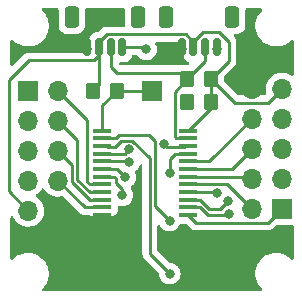
<source format=gbr>
%TF.GenerationSoftware,KiCad,Pcbnew,(6.0.7)*%
%TF.CreationDate,2022-09-24T19:09:12-05:00*%
%TF.ProjectId,PCA9535,50434139-3533-4352-9e6b-696361645f70,rev?*%
%TF.SameCoordinates,Original*%
%TF.FileFunction,Copper,L1,Top*%
%TF.FilePolarity,Positive*%
%FSLAX46Y46*%
G04 Gerber Fmt 4.6, Leading zero omitted, Abs format (unit mm)*
G04 Created by KiCad (PCBNEW (6.0.7)) date 2022-09-24 19:09:12*
%MOMM*%
%LPD*%
G01*
G04 APERTURE LIST*
G04 Aperture macros list*
%AMRoundRect*
0 Rectangle with rounded corners*
0 $1 Rounding radius*
0 $2 $3 $4 $5 $6 $7 $8 $9 X,Y pos of 4 corners*
0 Add a 4 corners polygon primitive as box body*
4,1,4,$2,$3,$4,$5,$6,$7,$8,$9,$2,$3,0*
0 Add four circle primitives for the rounded corners*
1,1,$1+$1,$2,$3*
1,1,$1+$1,$4,$5*
1,1,$1+$1,$6,$7*
1,1,$1+$1,$8,$9*
0 Add four rect primitives between the rounded corners*
20,1,$1+$1,$2,$3,$4,$5,0*
20,1,$1+$1,$4,$5,$6,$7,0*
20,1,$1+$1,$6,$7,$8,$9,0*
20,1,$1+$1,$8,$9,$2,$3,0*%
G04 Aperture macros list end*
%TA.AperFunction,SMDPad,CuDef*%
%ADD10RoundRect,0.250000X0.350000X0.450000X-0.350000X0.450000X-0.350000X-0.450000X0.350000X-0.450000X0*%
%TD*%
%TA.AperFunction,SMDPad,CuDef*%
%ADD11RoundRect,0.250000X-0.350000X-0.450000X0.350000X-0.450000X0.350000X0.450000X-0.350000X0.450000X0*%
%TD*%
%TA.AperFunction,SMDPad,CuDef*%
%ADD12R,1.639799X0.431000*%
%TD*%
%TA.AperFunction,SMDPad,CuDef*%
%ADD13RoundRect,0.150000X-0.150000X-0.625000X0.150000X-0.625000X0.150000X0.625000X-0.150000X0.625000X0*%
%TD*%
%TA.AperFunction,SMDPad,CuDef*%
%ADD14RoundRect,0.250000X-0.350000X-0.650000X0.350000X-0.650000X0.350000X0.650000X-0.350000X0.650000X0*%
%TD*%
%TA.AperFunction,ComponentPad*%
%ADD15R,1.700000X1.700000*%
%TD*%
%TA.AperFunction,ComponentPad*%
%ADD16O,1.700000X1.700000*%
%TD*%
%TA.AperFunction,ViaPad*%
%ADD17C,0.800000*%
%TD*%
%TA.AperFunction,Conductor*%
%ADD18C,0.250000*%
%TD*%
G04 APERTURE END LIST*
D10*
%TO.P,R1,1*%
%TO.N,+3.3V*%
X134000000Y-78000000D03*
%TO.P,R1,2*%
%TO.N,SCL*%
X132000000Y-78000000D03*
%TD*%
%TO.P,R2,1*%
%TO.N,+3.3V*%
X134000000Y-76000000D03*
%TO.P,R2,2*%
%TO.N,SDA*%
X132000000Y-76000000D03*
%TD*%
D11*
%TO.P,R3,1*%
%TO.N,+3.3V*%
X124000000Y-77000000D03*
%TO.P,R3,2*%
%TO.N,INT*%
X126000000Y-77000000D03*
%TD*%
D12*
%TO.P,U1,1,\u002AINT*%
%TO.N,INT*%
X124786900Y-80377501D03*
%TO.P,U1,2,A1*%
%TO.N,A1*%
X124786900Y-81027500D03*
%TO.P,U1,3,A2*%
%TO.N,A2*%
X124786900Y-81677498D03*
%TO.P,U1,4,P00*%
%TO.N,P00*%
X124786900Y-82327499D03*
%TO.P,U1,5,P01*%
%TO.N,P01*%
X124786900Y-82977498D03*
%TO.P,U1,6,P02*%
%TO.N,P02*%
X124786900Y-83627499D03*
%TO.P,U1,7,P03*%
%TO.N,P03*%
X124786900Y-84277498D03*
%TO.P,U1,8,P04*%
%TO.N,P04*%
X124786900Y-84927499D03*
%TO.P,U1,9,P05*%
%TO.N,P05*%
X124786900Y-85577498D03*
%TO.P,U1,10,P06*%
%TO.N,P06*%
X124786900Y-86227499D03*
%TO.P,U1,11,P07*%
%TO.N,P07*%
X124786900Y-86877498D03*
%TO.P,U1,12,GND*%
%TO.N,GND*%
X124786900Y-87527499D03*
%TO.P,U1,13,P10*%
%TO.N,P10*%
X132051300Y-87527499D03*
%TO.P,U1,14,P11*%
%TO.N,P11*%
X132051300Y-86877500D03*
%TO.P,U1,15,P12*%
%TO.N,P12*%
X132051300Y-86227499D03*
%TO.P,U1,16,P13*%
%TO.N,P13*%
X132051300Y-85577501D03*
%TO.P,U1,17,P14*%
%TO.N,P14*%
X132051300Y-84927499D03*
%TO.P,U1,18,P15*%
%TO.N,P15*%
X132051300Y-84277501D03*
%TO.P,U1,19,P16*%
%TO.N,P16*%
X132051300Y-83627502D03*
%TO.P,U1,20,P17*%
%TO.N,P17*%
X132051300Y-82977501D03*
%TO.P,U1,21,A0*%
%TO.N,A0*%
X132051300Y-82327502D03*
%TO.P,U1,22,SCL*%
%TO.N,SCL*%
X132051300Y-81677501D03*
%TO.P,U1,23,SDA*%
%TO.N,SDA*%
X132051300Y-81027502D03*
%TO.P,U1,24,VCC*%
%TO.N,+3.3V*%
X132051300Y-80377501D03*
%TD*%
D13*
%TO.P,J1,1,Pin_1*%
%TO.N,GND*%
X131500000Y-73325000D03*
%TO.P,J1,2,Pin_2*%
%TO.N,+3.3V*%
X132500000Y-73325000D03*
%TO.P,J1,3,Pin_3*%
%TO.N,SDA*%
X133500000Y-73325000D03*
%TO.P,J1,4,Pin_4*%
%TO.N,SCL*%
X134500000Y-73325000D03*
D14*
%TO.P,J1,MP*%
%TO.N,N/C*%
X130200000Y-70800000D03*
X135800000Y-70800000D03*
%TD*%
D15*
%TO.P,J6,1,Pin_1*%
%TO.N,P10*%
X140000000Y-87000000D03*
D16*
%TO.P,J6,2,Pin_2*%
%TO.N,P14*%
X137460000Y-87000000D03*
%TO.P,J6,3,Pin_3*%
%TO.N,P11*%
X140000000Y-84460000D03*
%TO.P,J6,4,Pin_4*%
%TO.N,P15*%
X137460000Y-84460000D03*
%TO.P,J6,5,Pin_5*%
%TO.N,P12*%
X140000000Y-81920000D03*
%TO.P,J6,6,Pin_6*%
%TO.N,P16*%
X137460000Y-81920000D03*
%TO.P,J6,7,Pin_7*%
%TO.N,P13*%
X140000000Y-79380000D03*
%TO.P,J6,8,Pin_8*%
%TO.N,P17*%
X137460000Y-79380000D03*
%TO.P,J6,9,Pin_9*%
%TO.N,+3.3V*%
X140000000Y-76840000D03*
%TO.P,J6,10,Pin_10*%
%TO.N,GND*%
X137460000Y-76840000D03*
%TD*%
D15*
%TO.P,J4,1,Pin_1*%
%TO.N,INT*%
X129000000Y-77000000D03*
%TD*%
D13*
%TO.P,J2,1,Pin_1*%
%TO.N,GND*%
X123500000Y-73325000D03*
%TO.P,J2,2,Pin_2*%
%TO.N,+3.3V*%
X124500000Y-73325000D03*
%TO.P,J2,3,Pin_3*%
%TO.N,SDA*%
X125500000Y-73325000D03*
%TO.P,J2,4,Pin_4*%
%TO.N,SCL*%
X126500000Y-73325000D03*
D14*
%TO.P,J2,MP*%
%TO.N,N/C*%
X122200000Y-70800000D03*
X127800000Y-70800000D03*
%TD*%
D15*
%TO.P,J3,1,Pin_1*%
%TO.N,P00*%
X118500000Y-77000000D03*
D16*
%TO.P,J3,2,Pin_2*%
%TO.N,P04*%
X121040000Y-77000000D03*
%TO.P,J3,3,Pin_3*%
%TO.N,P01*%
X118500000Y-79540000D03*
%TO.P,J3,4,Pin_4*%
%TO.N,P05*%
X121040000Y-79540000D03*
%TO.P,J3,5,Pin_5*%
%TO.N,P02*%
X118500000Y-82080000D03*
%TO.P,J3,6,Pin_6*%
%TO.N,P06*%
X121040000Y-82080000D03*
%TO.P,J3,7,Pin_7*%
%TO.N,P03*%
X118500000Y-84620000D03*
%TO.P,J3,8,Pin_8*%
%TO.N,P07*%
X121040000Y-84620000D03*
%TO.P,J3,9,Pin_9*%
%TO.N,+3.3V*%
X118500000Y-87160000D03*
%TO.P,J3,10,Pin_10*%
%TO.N,GND*%
X121040000Y-87160000D03*
%TD*%
D17*
%TO.N,GND*%
X121666000Y-91948000D03*
X132842000Y-90678000D03*
%TO.N,SCL*%
X134500000Y-73500000D03*
X132000000Y-78000000D03*
X128500000Y-73500000D03*
X130000000Y-81500000D03*
%TO.N,GND*%
X131500000Y-73500000D03*
X123500000Y-73500000D03*
%TO.N,P00*%
X127038534Y-81964740D03*
%TO.N,P01*%
X127084386Y-83035190D03*
%TO.N,P02*%
X126732512Y-84346070D03*
%TO.N,P03*%
X126500000Y-85852000D03*
%TO.N,P11*%
X135500000Y-87450500D03*
%TO.N,P12*%
X135411351Y-86362348D03*
%TO.N,P13*%
X134500000Y-85651999D03*
%TO.N,A1*%
X130500000Y-88000000D03*
%TO.N,A2*%
X130500000Y-92500000D03*
%TO.N,A0*%
X130500000Y-84000000D03*
%TD*%
D18*
%TO.N,P02*%
X126732512Y-84346070D02*
X126013941Y-83627499D01*
X126013941Y-83627499D02*
X124786900Y-83627499D01*
%TO.N,P03*%
X125822298Y-84277498D02*
X124786900Y-84277498D01*
X125931799Y-84386999D02*
X125822298Y-84277498D01*
X125931799Y-84783799D02*
X125931799Y-84386999D01*
X126500000Y-85852000D02*
X126500000Y-85352000D01*
X126500000Y-85352000D02*
X125931799Y-84783799D01*
%TO.N,+3.3V*%
X133353249Y-72025000D02*
X134646751Y-72025000D01*
X118500000Y-87160000D02*
X116863557Y-85523557D01*
X116863557Y-85523557D02*
X116863557Y-76136443D01*
X125153249Y-72225000D02*
X131846751Y-72225000D01*
X136015000Y-78015000D02*
X138825000Y-78015000D01*
X134000000Y-76000000D02*
X134000000Y-78000000D01*
X124500000Y-74000000D02*
X124500000Y-73325000D01*
X132500000Y-73325000D02*
X132500000Y-72878249D01*
X132500000Y-72878249D02*
X133353249Y-72025000D01*
X135500000Y-74500000D02*
X134000000Y-76000000D01*
X138825000Y-78015000D02*
X140000000Y-76840000D01*
X124500000Y-73325000D02*
X124500000Y-72878249D01*
X118575000Y-74425000D02*
X124075000Y-74425000D01*
X134646751Y-72025000D02*
X135500000Y-72878249D01*
X132051300Y-80377501D02*
X134000000Y-78428801D01*
X124075000Y-74425000D02*
X124500000Y-74000000D01*
X124500000Y-76500000D02*
X124000000Y-77000000D01*
X131846751Y-72225000D02*
X132500000Y-72878249D01*
X116863557Y-76136443D02*
X118575000Y-74425000D01*
X135500000Y-72878249D02*
X135500000Y-74500000D01*
X124500000Y-73325000D02*
X124500000Y-76500000D01*
X134000000Y-76000000D02*
X136015000Y-78015000D01*
X134000000Y-78428801D02*
X134000000Y-78000000D01*
X124500000Y-72878249D02*
X125153249Y-72225000D01*
%TO.N,SDA*%
X133500000Y-74500000D02*
X132000000Y-76000000D01*
X125500000Y-73325000D02*
X125500000Y-75000000D01*
X131015902Y-81027502D02*
X130906401Y-80918001D01*
X125500000Y-75000000D02*
X126000000Y-75500000D01*
X130906401Y-77093599D02*
X132000000Y-76000000D01*
X131500000Y-75500000D02*
X132000000Y-76000000D01*
X132051300Y-81027502D02*
X131015902Y-81027502D01*
X130906401Y-80918001D02*
X130906401Y-77093599D01*
X133500000Y-73325000D02*
X133500000Y-74500000D01*
X126000000Y-75500000D02*
X131500000Y-75500000D01*
%TO.N,SCL*%
X130287002Y-81787002D02*
X131787002Y-81787002D01*
X128325000Y-73325000D02*
X128500000Y-73500000D01*
X126500000Y-73325000D02*
X128325000Y-73325000D01*
X130000000Y-81500000D02*
X130287002Y-81787002D01*
%TO.N,P00*%
X127038534Y-81964740D02*
X126675775Y-82327499D01*
X126675775Y-82327499D02*
X124786900Y-82327499D01*
%TO.N,P01*%
X127084386Y-83035190D02*
X127026694Y-82977498D01*
X127026694Y-82977498D02*
X124786900Y-82977498D01*
%TO.N,P04*%
X123500000Y-79460000D02*
X121040000Y-77000000D01*
X123717001Y-84927499D02*
X123500000Y-84710498D01*
X124786900Y-84927499D02*
X123717001Y-84927499D01*
X123500000Y-84710498D02*
X123500000Y-79460000D01*
%TO.N,P06*%
X122215000Y-84725498D02*
X122215000Y-83255000D01*
X123717001Y-86227499D02*
X122215000Y-84725498D01*
X122215000Y-83255000D02*
X121040000Y-82080000D01*
X124786900Y-86227499D02*
X123717001Y-86227499D01*
%TO.N,P07*%
X124786900Y-86877498D02*
X123297498Y-86877498D01*
X123297498Y-86877498D02*
X121040000Y-84620000D01*
%TO.N,P10*%
X138825000Y-88175000D02*
X140000000Y-87000000D01*
X132051300Y-87527499D02*
X132698801Y-88175000D01*
X132698801Y-88175000D02*
X138825000Y-88175000D01*
%TO.N,P11*%
X133086700Y-86877500D02*
X132051300Y-86877500D01*
X133709200Y-87500000D02*
X133086700Y-86877500D01*
X135500000Y-87450500D02*
X135450500Y-87500000D01*
X135450500Y-87500000D02*
X133709200Y-87500000D01*
%TO.N,P12*%
X133073095Y-86227499D02*
X132051300Y-86227499D01*
X133845596Y-87000000D02*
X133073095Y-86227499D01*
X135411351Y-86362348D02*
X134773699Y-87000000D01*
X134773699Y-87000000D02*
X133845596Y-87000000D01*
%TO.N,P13*%
X134425502Y-85577501D02*
X134500000Y-85651999D01*
X132051300Y-85577501D02*
X134425502Y-85577501D01*
%TO.N,P14*%
X135387499Y-84927499D02*
X137460000Y-87000000D01*
X132051300Y-84927499D02*
X135387499Y-84927499D01*
%TO.N,P15*%
X132051300Y-84277501D02*
X137277501Y-84277501D01*
X137277501Y-84277501D02*
X137460000Y-84460000D01*
%TO.N,P16*%
X132051300Y-83627502D02*
X135752498Y-83627502D01*
X135752498Y-83627502D02*
X137460000Y-81920000D01*
%TO.N,P17*%
X133862499Y-82977501D02*
X137460000Y-79380000D01*
X132051300Y-82977501D02*
X133862499Y-82977501D01*
%TO.N,INT*%
X126000000Y-77000000D02*
X129000000Y-77000000D01*
X124786900Y-78213100D02*
X126000000Y-77000000D01*
X124786900Y-80377501D02*
X124786900Y-78213100D01*
%TO.N,A1*%
X126236593Y-80738102D02*
X125947195Y-81027500D01*
X128738102Y-80738102D02*
X126236593Y-80738102D01*
X125947195Y-81027500D02*
X124786900Y-81027500D01*
X129275000Y-81275000D02*
X128738102Y-80738102D01*
X129275000Y-86775000D02*
X129275000Y-81275000D01*
X130500000Y-88000000D02*
X129275000Y-86775000D01*
%TO.N,A2*%
X128825000Y-90825000D02*
X128825000Y-82725901D01*
X125824092Y-81786999D02*
X125213001Y-81786999D01*
X130500000Y-92500000D02*
X128825000Y-90825000D01*
X127338839Y-81239740D02*
X126371351Y-81239740D01*
X128825000Y-82725901D02*
X127338839Y-81239740D01*
X126371351Y-81239740D02*
X125824092Y-81786999D01*
%TO.N,P05*%
X122665000Y-84525497D02*
X122665000Y-81165000D01*
X123717001Y-85577498D02*
X122665000Y-84525497D01*
X124786900Y-85577498D02*
X123717001Y-85577498D01*
X122665000Y-81165000D02*
X121040000Y-79540000D01*
%TO.N,A0*%
X132051300Y-82327502D02*
X130981401Y-82327502D01*
X130500000Y-82808903D02*
X130500000Y-84000000D01*
X130981401Y-82327502D02*
X130500000Y-82808903D01*
%TD*%
%TA.AperFunction,Conductor*%
%TO.N,GND*%
G36*
X128121094Y-83250270D02*
G01*
X128173400Y-83298276D01*
X128191500Y-83363342D01*
X128191500Y-90746233D01*
X128190973Y-90757416D01*
X128189298Y-90764909D01*
X128189547Y-90772835D01*
X128189547Y-90772836D01*
X128191438Y-90832986D01*
X128191500Y-90836945D01*
X128191500Y-90864856D01*
X128191997Y-90868790D01*
X128191997Y-90868791D01*
X128192005Y-90868856D01*
X128192938Y-90880693D01*
X128194327Y-90924889D01*
X128199978Y-90944339D01*
X128203987Y-90963700D01*
X128206526Y-90983797D01*
X128209445Y-90991168D01*
X128209445Y-90991170D01*
X128222804Y-91024912D01*
X128226649Y-91036142D01*
X128238982Y-91078593D01*
X128243015Y-91085412D01*
X128243017Y-91085417D01*
X128249293Y-91096028D01*
X128257988Y-91113776D01*
X128265448Y-91132617D01*
X128270110Y-91139033D01*
X128270110Y-91139034D01*
X128291436Y-91168387D01*
X128297952Y-91178307D01*
X128312712Y-91203264D01*
X128320458Y-91216362D01*
X128334779Y-91230683D01*
X128347619Y-91245716D01*
X128359528Y-91262107D01*
X128385521Y-91283610D01*
X128393605Y-91290298D01*
X128402384Y-91298288D01*
X129552878Y-92448782D01*
X129586904Y-92511094D01*
X129589093Y-92524707D01*
X129602650Y-92653693D01*
X129606458Y-92689928D01*
X129665473Y-92871556D01*
X129760960Y-93036944D01*
X129765378Y-93041851D01*
X129765379Y-93041852D01*
X129868292Y-93156148D01*
X129888747Y-93178866D01*
X130043248Y-93291118D01*
X130049276Y-93293802D01*
X130049278Y-93293803D01*
X130186568Y-93354928D01*
X130217712Y-93368794D01*
X130311113Y-93388647D01*
X130398056Y-93407128D01*
X130398061Y-93407128D01*
X130404513Y-93408500D01*
X130595487Y-93408500D01*
X130601939Y-93407128D01*
X130601944Y-93407128D01*
X130688888Y-93388647D01*
X130782288Y-93368794D01*
X130813432Y-93354928D01*
X130950722Y-93293803D01*
X130950724Y-93293802D01*
X130956752Y-93291118D01*
X131111253Y-93178866D01*
X131131708Y-93156148D01*
X131234621Y-93041852D01*
X131234622Y-93041851D01*
X131239040Y-93036944D01*
X131334527Y-92871556D01*
X131393542Y-92689928D01*
X131396866Y-92658308D01*
X131412814Y-92506565D01*
X131413504Y-92500000D01*
X131397842Y-92350980D01*
X131394232Y-92316635D01*
X131394232Y-92316633D01*
X131393542Y-92310072D01*
X131334527Y-92128444D01*
X131239040Y-91963056D01*
X131162617Y-91878179D01*
X131115675Y-91826045D01*
X131115674Y-91826044D01*
X131111253Y-91821134D01*
X130956752Y-91708882D01*
X130950724Y-91706198D01*
X130950722Y-91706197D01*
X130788319Y-91633891D01*
X130788318Y-91633891D01*
X130782288Y-91631206D01*
X130678683Y-91609184D01*
X130601944Y-91592872D01*
X130601939Y-91592872D01*
X130595487Y-91591500D01*
X130539594Y-91591500D01*
X130471473Y-91571498D01*
X130450503Y-91554599D01*
X129495403Y-90599498D01*
X129461379Y-90537188D01*
X129458500Y-90510405D01*
X129458500Y-88483306D01*
X129478502Y-88415185D01*
X129532158Y-88368692D01*
X129602432Y-88358588D01*
X129667012Y-88388082D01*
X129693619Y-88420306D01*
X129760960Y-88536944D01*
X129765378Y-88541851D01*
X129765379Y-88541852D01*
X129884325Y-88673955D01*
X129888747Y-88678866D01*
X129956049Y-88727764D01*
X130034873Y-88785033D01*
X130043248Y-88791118D01*
X130049276Y-88793802D01*
X130049278Y-88793803D01*
X130092890Y-88813220D01*
X130217712Y-88868794D01*
X130311112Y-88888647D01*
X130398056Y-88907128D01*
X130398061Y-88907128D01*
X130404513Y-88908500D01*
X130595487Y-88908500D01*
X130601939Y-88907128D01*
X130601944Y-88907128D01*
X130688888Y-88888647D01*
X130782288Y-88868794D01*
X130907110Y-88813220D01*
X130950722Y-88793803D01*
X130950724Y-88793802D01*
X130956752Y-88791118D01*
X130965128Y-88785033D01*
X131043951Y-88727764D01*
X131111253Y-88678866D01*
X131115675Y-88673955D01*
X131234621Y-88541852D01*
X131234622Y-88541851D01*
X131239040Y-88536944D01*
X131320758Y-88395405D01*
X131331223Y-88377279D01*
X131331224Y-88377278D01*
X131334527Y-88371556D01*
X131345247Y-88338563D01*
X131385320Y-88279957D01*
X131450717Y-88252320D01*
X131465080Y-88251499D01*
X131827206Y-88251499D01*
X131895327Y-88271501D01*
X131916301Y-88288404D01*
X132195144Y-88567247D01*
X132202688Y-88575537D01*
X132206801Y-88582018D01*
X132212578Y-88587443D01*
X132256468Y-88628658D01*
X132259310Y-88631413D01*
X132279032Y-88651135D01*
X132282174Y-88653572D01*
X132282234Y-88653619D01*
X132291246Y-88661317D01*
X132314954Y-88683580D01*
X132323480Y-88691586D01*
X132330423Y-88695403D01*
X132341232Y-88701345D01*
X132357754Y-88712198D01*
X132373760Y-88724614D01*
X132381038Y-88727764D01*
X132381039Y-88727764D01*
X132414338Y-88742174D01*
X132424988Y-88747391D01*
X132463741Y-88768695D01*
X132471416Y-88770666D01*
X132471417Y-88770666D01*
X132483363Y-88773733D01*
X132502068Y-88780137D01*
X132520656Y-88788181D01*
X132528479Y-88789420D01*
X132528489Y-88789423D01*
X132564325Y-88795099D01*
X132575945Y-88797505D01*
X132607760Y-88805673D01*
X132618771Y-88808500D01*
X132639025Y-88808500D01*
X132658735Y-88810051D01*
X132678744Y-88813220D01*
X132686636Y-88812474D01*
X132705381Y-88810702D01*
X132722763Y-88809059D01*
X132734620Y-88808500D01*
X138746233Y-88808500D01*
X138757416Y-88809027D01*
X138764909Y-88810702D01*
X138772835Y-88810453D01*
X138772836Y-88810453D01*
X138832986Y-88808562D01*
X138836945Y-88808500D01*
X138864856Y-88808500D01*
X138868791Y-88808003D01*
X138868856Y-88807995D01*
X138880693Y-88807062D01*
X138912951Y-88806048D01*
X138916970Y-88805922D01*
X138924889Y-88805673D01*
X138944343Y-88800021D01*
X138963700Y-88796013D01*
X138975930Y-88794468D01*
X138975931Y-88794468D01*
X138983797Y-88793474D01*
X138991168Y-88790555D01*
X138991170Y-88790555D01*
X139024912Y-88777196D01*
X139036142Y-88773351D01*
X139070983Y-88763229D01*
X139070984Y-88763229D01*
X139078593Y-88761018D01*
X139085412Y-88756985D01*
X139085417Y-88756983D01*
X139096028Y-88750707D01*
X139113776Y-88742012D01*
X139132617Y-88734552D01*
X139168387Y-88708564D01*
X139178307Y-88702048D01*
X139209535Y-88683580D01*
X139209538Y-88683578D01*
X139216362Y-88679542D01*
X139230683Y-88665221D01*
X139245717Y-88652380D01*
X139247431Y-88651135D01*
X139262107Y-88640472D01*
X139290298Y-88606395D01*
X139298288Y-88597616D01*
X139500499Y-88395405D01*
X139562811Y-88361379D01*
X139589594Y-88358500D01*
X140865500Y-88358500D01*
X140933621Y-88378502D01*
X140980114Y-88432158D01*
X140991500Y-88484500D01*
X140991500Y-91199708D01*
X140971498Y-91267829D01*
X140917842Y-91314322D01*
X140847568Y-91324426D01*
X140782988Y-91294932D01*
X140771497Y-91283610D01*
X140724982Y-91231494D01*
X140524030Y-91064363D01*
X140403412Y-90991170D01*
X140304578Y-90931196D01*
X140304574Y-90931194D01*
X140300581Y-90928771D01*
X140059545Y-90827697D01*
X139806217Y-90763359D01*
X139801566Y-90762891D01*
X139801562Y-90762890D01*
X139592271Y-90741816D01*
X139589133Y-90741500D01*
X139433646Y-90741500D01*
X139431321Y-90741673D01*
X139431315Y-90741673D01*
X139244000Y-90755593D01*
X139243996Y-90755594D01*
X139239348Y-90755939D01*
X139234800Y-90756968D01*
X139234794Y-90756969D01*
X139048399Y-90799147D01*
X138984423Y-90813623D01*
X138980071Y-90815315D01*
X138980069Y-90815316D01*
X138745176Y-90906660D01*
X138745173Y-90906661D01*
X138740823Y-90908353D01*
X138736769Y-90910670D01*
X138736767Y-90910671D01*
X138661200Y-90953861D01*
X138513902Y-91038049D01*
X138308643Y-91199862D01*
X138129557Y-91390237D01*
X137980576Y-91604991D01*
X137978510Y-91609181D01*
X137978508Y-91609184D01*
X137929343Y-91708882D01*
X137864975Y-91839407D01*
X137863553Y-91843850D01*
X137863552Y-91843852D01*
X137786720Y-92083877D01*
X137785293Y-92088335D01*
X137743279Y-92346307D01*
X137739858Y-92607655D01*
X137775104Y-92866638D01*
X137776412Y-92871124D01*
X137776412Y-92871126D01*
X137796098Y-92938664D01*
X137848243Y-93117567D01*
X137957668Y-93354928D01*
X137981197Y-93390816D01*
X138098410Y-93569596D01*
X138098414Y-93569601D01*
X138100976Y-93573509D01*
X138275018Y-93768506D01*
X138278611Y-93771494D01*
X138281978Y-93774746D01*
X138280400Y-93776380D01*
X138314782Y-93827680D01*
X138316149Y-93898663D01*
X138278923Y-93959118D01*
X138214922Y-93989849D01*
X138194592Y-93991500D01*
X119802859Y-93991500D01*
X119734738Y-93971498D01*
X119688245Y-93917842D01*
X119678141Y-93847568D01*
X119711084Y-93779167D01*
X119867237Y-93613171D01*
X119870443Y-93609763D01*
X120019424Y-93395009D01*
X120069333Y-93293803D01*
X120132960Y-93164781D01*
X120132961Y-93164778D01*
X120135025Y-93160593D01*
X120176436Y-93031226D01*
X120213280Y-92916123D01*
X120214707Y-92911665D01*
X120256721Y-92653693D01*
X120260142Y-92392345D01*
X120224896Y-92133362D01*
X120221795Y-92122721D01*
X120153068Y-91886932D01*
X120151757Y-91882433D01*
X120042332Y-91645072D01*
X119983013Y-91554595D01*
X119901590Y-91430404D01*
X119901586Y-91430399D01*
X119899024Y-91426491D01*
X119724982Y-91231494D01*
X119524030Y-91064363D01*
X119403412Y-90991170D01*
X119304578Y-90931196D01*
X119304574Y-90931194D01*
X119300581Y-90928771D01*
X119059545Y-90827697D01*
X118806217Y-90763359D01*
X118801566Y-90762891D01*
X118801562Y-90762890D01*
X118592271Y-90741816D01*
X118589133Y-90741500D01*
X118433646Y-90741500D01*
X118431321Y-90741673D01*
X118431315Y-90741673D01*
X118244000Y-90755593D01*
X118243996Y-90755594D01*
X118239348Y-90755939D01*
X118234800Y-90756968D01*
X118234794Y-90756969D01*
X118048399Y-90799147D01*
X117984423Y-90813623D01*
X117980071Y-90815315D01*
X117980069Y-90815316D01*
X117745176Y-90906660D01*
X117745173Y-90906661D01*
X117740823Y-90908353D01*
X117736769Y-90910670D01*
X117736767Y-90910671D01*
X117661200Y-90953861D01*
X117513902Y-91038049D01*
X117308643Y-91199862D01*
X117287843Y-91221973D01*
X117226275Y-91287422D01*
X117165031Y-91323334D01*
X117094093Y-91320434D01*
X117035985Y-91279643D01*
X117009154Y-91213912D01*
X117008500Y-91201089D01*
X117008500Y-87743156D01*
X117028502Y-87675035D01*
X117082158Y-87628542D01*
X117152432Y-87618438D01*
X117217012Y-87647932D01*
X117251243Y-87695752D01*
X117270492Y-87743156D01*
X117283266Y-87774616D01*
X117399987Y-87965088D01*
X117546250Y-88133938D01*
X117718126Y-88276632D01*
X117911000Y-88389338D01*
X118119692Y-88469030D01*
X118124760Y-88470061D01*
X118124763Y-88470062D01*
X118189860Y-88483306D01*
X118338597Y-88513567D01*
X118343772Y-88513757D01*
X118343774Y-88513757D01*
X118556673Y-88521564D01*
X118556677Y-88521564D01*
X118561837Y-88521753D01*
X118566957Y-88521097D01*
X118566959Y-88521097D01*
X118778288Y-88494025D01*
X118778289Y-88494025D01*
X118783416Y-88493368D01*
X118788366Y-88491883D01*
X118992429Y-88430661D01*
X118992434Y-88430659D01*
X118997384Y-88429174D01*
X119197994Y-88330896D01*
X119379860Y-88201173D01*
X119391145Y-88189928D01*
X119534435Y-88047137D01*
X119538096Y-88043489D01*
X119597594Y-87960689D01*
X119665435Y-87866277D01*
X119668453Y-87862077D01*
X119750656Y-87695752D01*
X119765136Y-87666453D01*
X119765137Y-87666451D01*
X119767430Y-87661811D01*
X119819424Y-87490679D01*
X119830865Y-87453023D01*
X119830865Y-87453021D01*
X119832370Y-87448069D01*
X119861529Y-87226590D01*
X119863156Y-87160000D01*
X119844852Y-86937361D01*
X119790431Y-86720702D01*
X119701354Y-86515840D01*
X119661906Y-86454862D01*
X119582822Y-86332617D01*
X119582820Y-86332614D01*
X119580014Y-86328277D01*
X119429670Y-86163051D01*
X119425619Y-86159852D01*
X119425615Y-86159848D01*
X119258414Y-86027800D01*
X119258410Y-86027798D01*
X119254359Y-86024598D01*
X119213053Y-86001796D01*
X119163084Y-85951364D01*
X119148312Y-85881921D01*
X119173428Y-85815516D01*
X119200780Y-85788909D01*
X119246022Y-85756638D01*
X119379860Y-85661173D01*
X119538096Y-85503489D01*
X119554656Y-85480444D01*
X119668453Y-85322077D01*
X119669776Y-85323028D01*
X119716645Y-85279857D01*
X119786580Y-85267625D01*
X119852026Y-85295144D01*
X119879875Y-85326994D01*
X119939987Y-85425088D01*
X120086250Y-85593938D01*
X120258126Y-85736632D01*
X120451000Y-85849338D01*
X120659692Y-85929030D01*
X120664760Y-85930061D01*
X120664763Y-85930062D01*
X120769466Y-85951364D01*
X120878597Y-85973567D01*
X120883772Y-85973757D01*
X120883774Y-85973757D01*
X121096673Y-85981564D01*
X121096677Y-85981564D01*
X121101837Y-85981753D01*
X121106957Y-85981097D01*
X121106959Y-85981097D01*
X121318288Y-85954025D01*
X121318289Y-85954025D01*
X121323416Y-85953368D01*
X121328367Y-85951883D01*
X121328370Y-85951882D01*
X121369829Y-85939444D01*
X121440825Y-85939028D01*
X121495131Y-85971035D01*
X122793841Y-87269745D01*
X122801385Y-87278035D01*
X122805498Y-87284516D01*
X122811275Y-87289941D01*
X122855165Y-87331156D01*
X122858007Y-87333911D01*
X122877728Y-87353632D01*
X122880923Y-87356110D01*
X122889945Y-87363816D01*
X122922177Y-87394084D01*
X122929126Y-87397904D01*
X122939930Y-87403844D01*
X122956454Y-87414697D01*
X122972457Y-87427111D01*
X123013041Y-87444674D01*
X123023671Y-87449881D01*
X123062438Y-87471193D01*
X123070115Y-87473164D01*
X123070120Y-87473166D01*
X123082056Y-87476230D01*
X123100764Y-87482635D01*
X123119353Y-87490679D01*
X123127181Y-87491919D01*
X123127188Y-87491921D01*
X123163022Y-87497597D01*
X123174642Y-87500003D01*
X123209787Y-87509026D01*
X123217468Y-87510998D01*
X123237722Y-87510998D01*
X123257432Y-87512549D01*
X123277441Y-87515718D01*
X123285333Y-87514972D01*
X123321459Y-87511557D01*
X123333317Y-87510998D01*
X123634803Y-87510998D01*
X123702924Y-87531000D01*
X123710370Y-87536174D01*
X123720296Y-87543613D01*
X123856685Y-87594743D01*
X123918867Y-87601498D01*
X125654933Y-87601498D01*
X125717115Y-87594743D01*
X125853504Y-87543613D01*
X125970060Y-87456259D01*
X126057414Y-87339703D01*
X126108544Y-87203314D01*
X126115299Y-87141132D01*
X126115299Y-86854623D01*
X126135301Y-86786502D01*
X126188957Y-86740009D01*
X126259231Y-86729905D01*
X126267496Y-86731376D01*
X126398056Y-86759128D01*
X126398061Y-86759128D01*
X126404513Y-86760500D01*
X126595487Y-86760500D01*
X126601939Y-86759128D01*
X126601944Y-86759128D01*
X126691889Y-86740009D01*
X126782288Y-86720794D01*
X126793159Y-86715954D01*
X126950722Y-86645803D01*
X126950724Y-86645802D01*
X126956752Y-86643118D01*
X127111253Y-86530866D01*
X127120506Y-86520590D01*
X127234621Y-86393852D01*
X127234622Y-86393851D01*
X127239040Y-86388944D01*
X127334527Y-86223556D01*
X127393542Y-86041928D01*
X127395364Y-86024598D01*
X127412814Y-85858565D01*
X127413504Y-85852000D01*
X127401653Y-85739242D01*
X127394232Y-85668635D01*
X127394232Y-85668633D01*
X127393542Y-85662072D01*
X127334527Y-85480444D01*
X127239040Y-85315056D01*
X127216173Y-85289659D01*
X127185457Y-85225655D01*
X127194220Y-85155201D01*
X127235749Y-85103415D01*
X127330806Y-85034351D01*
X127343765Y-85024936D01*
X127413327Y-84947680D01*
X127467133Y-84887922D01*
X127467134Y-84887921D01*
X127471552Y-84883014D01*
X127567039Y-84717626D01*
X127626054Y-84535998D01*
X127646016Y-84346070D01*
X127626054Y-84156142D01*
X127567039Y-83974514D01*
X127555829Y-83955098D01*
X127539092Y-83886102D01*
X127562313Y-83819011D01*
X127590887Y-83790163D01*
X127595681Y-83786680D01*
X127695639Y-83714056D01*
X127799775Y-83598401D01*
X127819007Y-83577042D01*
X127819008Y-83577041D01*
X127823426Y-83572134D01*
X127888151Y-83460027D01*
X127915609Y-83412469D01*
X127915610Y-83412468D01*
X127918913Y-83406746D01*
X127945667Y-83324406D01*
X127985741Y-83265800D01*
X128051137Y-83238163D01*
X128121094Y-83250270D01*
G37*
%TD.AperFunction*%
%TA.AperFunction,Conductor*%
G36*
X138265262Y-70028502D02*
G01*
X138311755Y-70082158D01*
X138321859Y-70152432D01*
X138288916Y-70220832D01*
X138129557Y-70390237D01*
X137980576Y-70604991D01*
X137864975Y-70839407D01*
X137785293Y-71088335D01*
X137743279Y-71346307D01*
X137742540Y-71402744D01*
X137739926Y-71602495D01*
X137739858Y-71607655D01*
X137775104Y-71866638D01*
X137776412Y-71871124D01*
X137776412Y-71871126D01*
X137789804Y-71917072D01*
X137848243Y-72117567D01*
X137850203Y-72121820D01*
X137850204Y-72121821D01*
X137859299Y-72141550D01*
X137957668Y-72354928D01*
X137960231Y-72358837D01*
X138098410Y-72569596D01*
X138098414Y-72569601D01*
X138100976Y-72573509D01*
X138275018Y-72768506D01*
X138475970Y-72935637D01*
X138491657Y-72945156D01*
X138695422Y-73068804D01*
X138695426Y-73068806D01*
X138699419Y-73071229D01*
X138940455Y-73172303D01*
X139193783Y-73236641D01*
X139198434Y-73237109D01*
X139198438Y-73237110D01*
X139391308Y-73256531D01*
X139410867Y-73258500D01*
X139566354Y-73258500D01*
X139568679Y-73258327D01*
X139568685Y-73258327D01*
X139756000Y-73244407D01*
X139756004Y-73244406D01*
X139760652Y-73244061D01*
X139765200Y-73243032D01*
X139765206Y-73243031D01*
X139951601Y-73200853D01*
X140015577Y-73186377D01*
X140051769Y-73172303D01*
X140254824Y-73093340D01*
X140254827Y-73093339D01*
X140259177Y-73091647D01*
X140486098Y-72961951D01*
X140691357Y-72800138D01*
X140766407Y-72720357D01*
X140773725Y-72712578D01*
X140834969Y-72676666D01*
X140905907Y-72679566D01*
X140964015Y-72720357D01*
X140990846Y-72786088D01*
X140991500Y-72798911D01*
X140991500Y-75631817D01*
X140971498Y-75699938D01*
X140917842Y-75746431D01*
X140847568Y-75756535D01*
X140787407Y-75730698D01*
X140758415Y-75707801D01*
X140758413Y-75707800D01*
X140754359Y-75704598D01*
X140745918Y-75699938D01*
X140683533Y-75665500D01*
X140558789Y-75596638D01*
X140553920Y-75594914D01*
X140553916Y-75594912D01*
X140353087Y-75523795D01*
X140353083Y-75523794D01*
X140348212Y-75522069D01*
X140343119Y-75521162D01*
X140343116Y-75521161D01*
X140133373Y-75483800D01*
X140133367Y-75483799D01*
X140128284Y-75482894D01*
X140054452Y-75481992D01*
X139910081Y-75480228D01*
X139910079Y-75480228D01*
X139904911Y-75480165D01*
X139684091Y-75513955D01*
X139471756Y-75583357D01*
X139441443Y-75599137D01*
X139278817Y-75683795D01*
X139273607Y-75686507D01*
X139269474Y-75689610D01*
X139269471Y-75689612D01*
X139119153Y-75802474D01*
X139094965Y-75820635D01*
X139091393Y-75824373D01*
X138945033Y-75977530D01*
X138940629Y-75982138D01*
X138814743Y-76166680D01*
X138812564Y-76171375D01*
X138743031Y-76321172D01*
X138720688Y-76369305D01*
X138660989Y-76584570D01*
X138637251Y-76806695D01*
X138650110Y-77029715D01*
X138651247Y-77034761D01*
X138651248Y-77034767D01*
X138683453Y-77177668D01*
X138678917Y-77248520D01*
X138649631Y-77294464D01*
X138599500Y-77344595D01*
X138537188Y-77378621D01*
X138510405Y-77381500D01*
X136329595Y-77381500D01*
X136261474Y-77361498D01*
X136240500Y-77344595D01*
X135145405Y-76249500D01*
X135111379Y-76187188D01*
X135108500Y-76160405D01*
X135108500Y-75839594D01*
X135128502Y-75771473D01*
X135145405Y-75750499D01*
X135892247Y-75003657D01*
X135900537Y-74996113D01*
X135907018Y-74992000D01*
X135953659Y-74942332D01*
X135956413Y-74939491D01*
X135976134Y-74919770D01*
X135978612Y-74916575D01*
X135986318Y-74907553D01*
X136011158Y-74881101D01*
X136016586Y-74875321D01*
X136026346Y-74857568D01*
X136037199Y-74841045D01*
X136044753Y-74831306D01*
X136049613Y-74825041D01*
X136067176Y-74784457D01*
X136072383Y-74773827D01*
X136093695Y-74735060D01*
X136095666Y-74727383D01*
X136095668Y-74727378D01*
X136098732Y-74715442D01*
X136105138Y-74696730D01*
X136110034Y-74685417D01*
X136113181Y-74678145D01*
X136120097Y-74634481D01*
X136122504Y-74622860D01*
X136131528Y-74587711D01*
X136131528Y-74587710D01*
X136133500Y-74580030D01*
X136133500Y-74559769D01*
X136135051Y-74540058D01*
X136136979Y-74527885D01*
X136138219Y-74520057D01*
X136134059Y-74476046D01*
X136133500Y-74464189D01*
X136133500Y-72957016D01*
X136134027Y-72945833D01*
X136135702Y-72938340D01*
X136135401Y-72928748D01*
X136133562Y-72870263D01*
X136133500Y-72866304D01*
X136133500Y-72838393D01*
X136132995Y-72834393D01*
X136132062Y-72822550D01*
X136131449Y-72803029D01*
X136130673Y-72778359D01*
X136125022Y-72758907D01*
X136121014Y-72739555D01*
X136119467Y-72727312D01*
X136118474Y-72719452D01*
X136112779Y-72705068D01*
X136102200Y-72678346D01*
X136098355Y-72667119D01*
X136097721Y-72664936D01*
X136086018Y-72624656D01*
X136081984Y-72617834D01*
X136081981Y-72617828D01*
X136075706Y-72607217D01*
X136067010Y-72589467D01*
X136062472Y-72578005D01*
X136062469Y-72578000D01*
X136059552Y-72570632D01*
X136033573Y-72534874D01*
X136027057Y-72524956D01*
X136008575Y-72493706D01*
X136004542Y-72486886D01*
X135990218Y-72472562D01*
X135977376Y-72457527D01*
X135965472Y-72441142D01*
X135959363Y-72436088D01*
X135959361Y-72436086D01*
X135953918Y-72431583D01*
X135914181Y-72372749D01*
X135912560Y-72301771D01*
X135949570Y-72241184D01*
X136013461Y-72210224D01*
X136034235Y-72208500D01*
X136200400Y-72208500D01*
X136203646Y-72208163D01*
X136203650Y-72208163D01*
X136299308Y-72198238D01*
X136299312Y-72198237D01*
X136306166Y-72197526D01*
X136312702Y-72195345D01*
X136312704Y-72195345D01*
X136444806Y-72151272D01*
X136473946Y-72141550D01*
X136624348Y-72048478D01*
X136749305Y-71923303D01*
X136842115Y-71772738D01*
X136881600Y-71653693D01*
X136895632Y-71611389D01*
X136895632Y-71611387D01*
X136897797Y-71604861D01*
X136898877Y-71594326D01*
X136908172Y-71503598D01*
X136908500Y-71500400D01*
X136908500Y-70134500D01*
X136928502Y-70066379D01*
X136982158Y-70019886D01*
X137034500Y-70008500D01*
X138197141Y-70008500D01*
X138265262Y-70028502D01*
G37*
%TD.AperFunction*%
%TA.AperFunction,Conductor*%
G36*
X121033621Y-70028502D02*
G01*
X121080114Y-70082158D01*
X121091500Y-70134500D01*
X121091500Y-71500400D01*
X121091837Y-71503646D01*
X121091837Y-71503650D01*
X121101246Y-71594326D01*
X121102474Y-71606166D01*
X121104655Y-71612702D01*
X121104655Y-71612704D01*
X121119870Y-71658308D01*
X121158450Y-71773946D01*
X121251522Y-71924348D01*
X121376697Y-72049305D01*
X121382927Y-72053145D01*
X121382928Y-72053146D01*
X121520090Y-72137694D01*
X121527262Y-72142115D01*
X121582972Y-72160593D01*
X121688611Y-72195632D01*
X121688613Y-72195632D01*
X121695139Y-72197797D01*
X121701975Y-72198497D01*
X121701978Y-72198498D01*
X121745031Y-72202909D01*
X121799600Y-72208500D01*
X122600400Y-72208500D01*
X122603646Y-72208163D01*
X122603650Y-72208163D01*
X122699308Y-72198238D01*
X122699312Y-72198237D01*
X122706166Y-72197526D01*
X122712702Y-72195345D01*
X122712704Y-72195345D01*
X122844806Y-72151272D01*
X122873946Y-72141550D01*
X123024348Y-72048478D01*
X123149305Y-71923303D01*
X123242115Y-71772738D01*
X123281600Y-71653693D01*
X123295632Y-71611389D01*
X123295632Y-71611387D01*
X123297797Y-71604861D01*
X123298877Y-71594326D01*
X123308172Y-71503598D01*
X123308500Y-71500400D01*
X123308500Y-70134500D01*
X123328502Y-70066379D01*
X123382158Y-70019886D01*
X123434500Y-70008500D01*
X126565500Y-70008500D01*
X126633621Y-70028502D01*
X126680114Y-70082158D01*
X126691500Y-70134500D01*
X126691500Y-71465500D01*
X126671498Y-71533621D01*
X126617842Y-71580114D01*
X126565500Y-71591500D01*
X125232017Y-71591500D01*
X125220834Y-71590973D01*
X125213341Y-71589298D01*
X125205415Y-71589547D01*
X125205414Y-71589547D01*
X125145251Y-71591438D01*
X125141293Y-71591500D01*
X125113393Y-71591500D01*
X125109403Y-71592004D01*
X125097569Y-71592936D01*
X125053360Y-71594326D01*
X125045744Y-71596539D01*
X125045742Y-71596539D01*
X125033901Y-71599979D01*
X125014542Y-71603988D01*
X125013232Y-71604154D01*
X124994452Y-71606526D01*
X124987086Y-71609442D01*
X124987080Y-71609444D01*
X124953347Y-71622800D01*
X124942117Y-71626645D01*
X124926077Y-71631305D01*
X124899656Y-71638981D01*
X124892833Y-71643016D01*
X124882215Y-71649295D01*
X124864462Y-71657992D01*
X124856817Y-71661019D01*
X124845632Y-71665448D01*
X124831954Y-71675386D01*
X124809861Y-71691437D01*
X124799944Y-71697951D01*
X124761887Y-71720458D01*
X124747566Y-71734779D01*
X124732533Y-71747619D01*
X124716142Y-71759528D01*
X124711089Y-71765636D01*
X124687957Y-71793598D01*
X124679967Y-71802378D01*
X124477750Y-72004595D01*
X124415438Y-72038621D01*
X124388655Y-72041500D01*
X124283498Y-72041500D01*
X124281050Y-72041693D01*
X124281042Y-72041693D01*
X124252579Y-72043933D01*
X124252574Y-72043934D01*
X124246169Y-72044438D01*
X124146231Y-72073472D01*
X124094012Y-72088643D01*
X124094010Y-72088644D01*
X124086399Y-72090855D01*
X124079572Y-72094892D01*
X124079573Y-72094892D01*
X123950020Y-72171509D01*
X123950017Y-72171511D01*
X123943193Y-72175547D01*
X123825547Y-72293193D01*
X123821511Y-72300017D01*
X123821509Y-72300020D01*
X123767813Y-72390816D01*
X123740855Y-72436399D01*
X123738644Y-72444010D01*
X123738643Y-72444012D01*
X123730349Y-72472562D01*
X123694438Y-72596169D01*
X123693934Y-72602574D01*
X123693933Y-72602579D01*
X123692733Y-72617828D01*
X123691500Y-72633498D01*
X123691500Y-73665500D01*
X123671498Y-73733621D01*
X123617842Y-73780114D01*
X123565500Y-73791500D01*
X118653767Y-73791500D01*
X118642584Y-73790973D01*
X118635091Y-73789298D01*
X118627165Y-73789547D01*
X118627164Y-73789547D01*
X118567001Y-73791438D01*
X118563043Y-73791500D01*
X118535144Y-73791500D01*
X118531154Y-73792004D01*
X118519320Y-73792936D01*
X118475111Y-73794326D01*
X118467497Y-73796538D01*
X118467492Y-73796539D01*
X118455659Y-73799977D01*
X118436296Y-73803988D01*
X118416203Y-73806526D01*
X118408836Y-73809443D01*
X118408831Y-73809444D01*
X118375092Y-73822802D01*
X118363865Y-73826646D01*
X118321407Y-73838982D01*
X118314581Y-73843019D01*
X118303972Y-73849293D01*
X118286224Y-73857988D01*
X118267383Y-73865448D01*
X118260967Y-73870110D01*
X118260966Y-73870110D01*
X118231613Y-73891436D01*
X118221693Y-73897952D01*
X118190465Y-73916420D01*
X118190462Y-73916422D01*
X118183638Y-73920458D01*
X118169317Y-73934779D01*
X118154284Y-73947619D01*
X118137893Y-73959528D01*
X118132842Y-73965634D01*
X118109702Y-73993605D01*
X118101722Y-74002374D01*
X117223593Y-74880502D01*
X117161283Y-74914526D01*
X117090467Y-74909461D01*
X117033632Y-74866914D01*
X117008821Y-74800394D01*
X117008500Y-74791405D01*
X117008500Y-72800292D01*
X117028502Y-72732171D01*
X117082158Y-72685678D01*
X117152432Y-72675574D01*
X117217012Y-72705068D01*
X117228499Y-72716386D01*
X117275018Y-72768506D01*
X117475970Y-72935637D01*
X117491657Y-72945156D01*
X117695422Y-73068804D01*
X117695426Y-73068806D01*
X117699419Y-73071229D01*
X117940455Y-73172303D01*
X118193783Y-73236641D01*
X118198434Y-73237109D01*
X118198438Y-73237110D01*
X118391308Y-73256531D01*
X118410867Y-73258500D01*
X118566354Y-73258500D01*
X118568679Y-73258327D01*
X118568685Y-73258327D01*
X118756000Y-73244407D01*
X118756004Y-73244406D01*
X118760652Y-73244061D01*
X118765200Y-73243032D01*
X118765206Y-73243031D01*
X118951601Y-73200853D01*
X119015577Y-73186377D01*
X119051769Y-73172303D01*
X119254824Y-73093340D01*
X119254827Y-73093339D01*
X119259177Y-73091647D01*
X119486098Y-72961951D01*
X119691357Y-72800138D01*
X119870443Y-72609763D01*
X119995446Y-72429573D01*
X120016759Y-72398851D01*
X120016761Y-72398848D01*
X120019424Y-72395009D01*
X120021492Y-72390816D01*
X120132960Y-72164781D01*
X120132961Y-72164778D01*
X120135025Y-72160593D01*
X120169680Y-72052332D01*
X120213280Y-71916123D01*
X120214707Y-71911665D01*
X120256721Y-71653693D01*
X120259124Y-71470109D01*
X120260081Y-71397022D01*
X120260081Y-71397019D01*
X120260142Y-71392345D01*
X120224896Y-71133362D01*
X120210473Y-71083877D01*
X120153068Y-70886932D01*
X120151757Y-70882433D01*
X120042332Y-70645072D01*
X119989663Y-70564739D01*
X119901590Y-70430404D01*
X119901586Y-70430399D01*
X119899024Y-70426491D01*
X119724982Y-70231494D01*
X119721389Y-70228506D01*
X119718022Y-70225254D01*
X119719600Y-70223620D01*
X119685218Y-70172320D01*
X119683851Y-70101337D01*
X119721077Y-70040882D01*
X119785078Y-70010151D01*
X119805408Y-70008500D01*
X120965500Y-70008500D01*
X121033621Y-70028502D01*
G37*
%TD.AperFunction*%
%TA.AperFunction,Conductor*%
G36*
X131600278Y-72878502D02*
G01*
X131621252Y-72895405D01*
X131654595Y-72928748D01*
X131688621Y-72991060D01*
X131691500Y-73017843D01*
X131691500Y-74016502D01*
X131691693Y-74018950D01*
X131691693Y-74018958D01*
X131693109Y-74036944D01*
X131694438Y-74053831D01*
X131740855Y-74213601D01*
X131744892Y-74220427D01*
X131821509Y-74349980D01*
X131821511Y-74349983D01*
X131825547Y-74356807D01*
X131943193Y-74474453D01*
X131950017Y-74478489D01*
X131950020Y-74478491D01*
X132082851Y-74557047D01*
X132131304Y-74608940D01*
X132144009Y-74678790D01*
X132116933Y-74744421D01*
X132058673Y-74784995D01*
X132018712Y-74791500D01*
X131599600Y-74791500D01*
X131596354Y-74791837D01*
X131596350Y-74791837D01*
X131500692Y-74801762D01*
X131500688Y-74801763D01*
X131493834Y-74802474D01*
X131487298Y-74804655D01*
X131487296Y-74804655D01*
X131326054Y-74858450D01*
X131325565Y-74856984D01*
X131282818Y-74866500D01*
X126314595Y-74866500D01*
X126246474Y-74846498D01*
X126225500Y-74829595D01*
X126219500Y-74823595D01*
X126185474Y-74761283D01*
X126190539Y-74690468D01*
X126233086Y-74633632D01*
X126299606Y-74608821D01*
X126308595Y-74608500D01*
X126716502Y-74608500D01*
X126718950Y-74608307D01*
X126718958Y-74608307D01*
X126747421Y-74606067D01*
X126747426Y-74606066D01*
X126753831Y-74605562D01*
X126869006Y-74572101D01*
X126905988Y-74561357D01*
X126905990Y-74561356D01*
X126913601Y-74559145D01*
X126993040Y-74512165D01*
X127049980Y-74478491D01*
X127049983Y-74478489D01*
X127056807Y-74474453D01*
X127174453Y-74356807D01*
X127178489Y-74349983D01*
X127178491Y-74349980D01*
X127255108Y-74220427D01*
X127259145Y-74213601D01*
X127269237Y-74178866D01*
X127305562Y-74053831D01*
X127307227Y-74054315D01*
X127335345Y-73998442D01*
X127396481Y-73962347D01*
X127427378Y-73958500D01*
X127642924Y-73958500D01*
X127711045Y-73978502D01*
X127752042Y-74021498D01*
X127760960Y-74036944D01*
X127765378Y-74041851D01*
X127765379Y-74041852D01*
X127776165Y-74053831D01*
X127888747Y-74178866D01*
X128043248Y-74291118D01*
X128049276Y-74293802D01*
X128049278Y-74293803D01*
X128211681Y-74366109D01*
X128217712Y-74368794D01*
X128311113Y-74388647D01*
X128398056Y-74407128D01*
X128398061Y-74407128D01*
X128404513Y-74408500D01*
X128595487Y-74408500D01*
X128601939Y-74407128D01*
X128601944Y-74407128D01*
X128688887Y-74388647D01*
X128782288Y-74368794D01*
X128788319Y-74366109D01*
X128950722Y-74293803D01*
X128950724Y-74293802D01*
X128956752Y-74291118D01*
X129111253Y-74178866D01*
X129223835Y-74053831D01*
X129234621Y-74041852D01*
X129234622Y-74041851D01*
X129239040Y-74036944D01*
X129334527Y-73871556D01*
X129393542Y-73689928D01*
X129396110Y-73665500D01*
X129412814Y-73506565D01*
X129413504Y-73500000D01*
X129393542Y-73310072D01*
X129334527Y-73128444D01*
X129287794Y-73047500D01*
X129271056Y-72978505D01*
X129294276Y-72911413D01*
X129350084Y-72867526D01*
X129396913Y-72858500D01*
X131532157Y-72858500D01*
X131600278Y-72878502D01*
G37*
%TD.AperFunction*%
%TD*%
M02*

</source>
